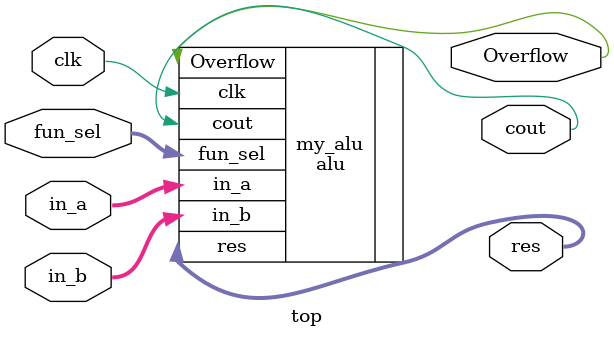
<source format=v>
module top(
   input clk,
    input [2:0] fun_sel,
    input signed [31:0] in_a,
    input signed  [31:0] in_b,
    output reg signed [31:0] res,
    output reg cout,
    output reg Overflow
);


    alu my_alu(
        .clk(clk),
        .fun_sel(fun_sel),
        .in_a(in_a),
        .in_b(in_b),
        .res(res),
        .cout(cout),
        .Overflow(Overflow)
        
    );
    
endmodule

</source>
